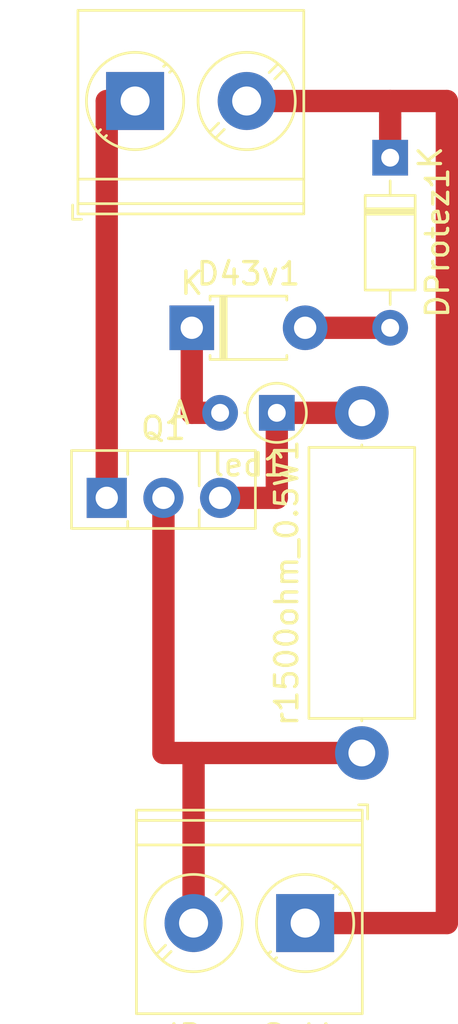
<source format=kicad_pcb>
(kicad_pcb (version 20171130) (host pcbnew 5.0.2+dfsg1-1+deb10u1)

  (general
    (thickness 1.6)
    (drawings 0)
    (tracks 20)
    (zones 0)
    (modules 7)
    (nets 7)
  )

  (page A4)
  (layers
    (0 F.Cu signal)
    (31 B.Cu signal hide)
    (32 B.Adhes user hide)
    (33 F.Adhes user hide)
    (34 B.Paste user hide)
    (35 F.Paste user hide)
    (36 B.SilkS user hide)
    (37 F.SilkS user hide)
    (38 B.Mask user hide)
    (39 F.Mask user hide)
    (40 Dwgs.User user hide)
    (41 Cmts.User user hide)
    (42 Eco1.User user hide)
    (43 Eco2.User user hide)
    (44 Edge.Cuts user hide)
    (45 Margin user hide)
    (46 B.CrtYd user hide)
    (47 F.CrtYd user hide)
    (48 B.Fab user hide)
    (49 F.Fab user)
  )

  (setup
    (last_trace_width 1)
    (trace_clearance 0.2)
    (zone_clearance 0.508)
    (zone_45_only no)
    (trace_min 1)
    (segment_width 0.2)
    (edge_width 0.15)
    (via_size 0.8)
    (via_drill 0.4)
    (via_min_size 0.4)
    (via_min_drill 0.3)
    (uvia_size 0.3)
    (uvia_drill 0.1)
    (uvias_allowed no)
    (uvia_min_size 0.2)
    (uvia_min_drill 0.1)
    (pcb_text_width 0.3)
    (pcb_text_size 1.5 1.5)
    (mod_edge_width 0.15)
    (mod_text_size 1 1)
    (mod_text_width 0.15)
    (pad_size 1.524 1.524)
    (pad_drill 0.762)
    (pad_to_mask_clearance 0.051)
    (solder_mask_min_width 0.25)
    (aux_axis_origin 0 0)
    (visible_elements FFFFFF7F)
    (pcbplotparams
      (layerselection 0x00000_7fffffff)
      (usegerberextensions false)
      (usegerberattributes false)
      (usegerberadvancedattributes false)
      (creategerberjobfile false)
      (excludeedgelayer true)
      (linewidth 0.100000)
      (plotframeref false)
      (viasonmask false)
      (mode 1)
      (useauxorigin false)
      (hpglpennumber 1)
      (hpglpenspeed 20)
      (hpglpendiameter 15.000000)
      (psnegative false)
      (psa4output false)
      (plotreference true)
      (plotvalue true)
      (plotinvisibletext false)
      (padsonsilk false)
      (subtractmaskfromsilk false)
      (outputformat 1)
      (mirror false)
      (drillshape 0)
      (scaleselection 1)
      (outputdirectory ""))
  )

  (net 0 "")
  (net 1 GND)
  (net 2 "Net-(D43v1-Pad1)")
  (net 3 "Net-(JBici1-Pad1)")
  (net 4 "Net-(JPannSol1-Pad2)")
  (net 5 "Net-(Q1-Pad3)")
  (net 6 "Net-(D43v1-Pad2)")

  (net_class Default "Questo è il gruppo di collegamenti predefinito"
    (clearance 0.2)
    (trace_width 1)
    (via_dia 0.8)
    (via_drill 0.4)
    (uvia_dia 0.3)
    (uvia_drill 0.1)
    (diff_pair_gap 0.25)
    (diff_pair_width 1)
    (add_net GND)
    (add_net "Net-(D43v1-Pad1)")
    (add_net "Net-(D43v1-Pad2)")
    (add_net "Net-(JBici1-Pad1)")
    (add_net "Net-(JPannSol1-Pad2)")
    (add_net "Net-(Q1-Pad3)")
  )

  (module Diode_THT:D_DO-35_SOD27_P7.62mm_Horizontal (layer F.Cu) (tedit 5AE50CD5) (tstamp 662E7AC4)
    (at 177.8 -87.63 270)
    (descr "Diode, DO-35_SOD27 series, Axial, Horizontal, pin pitch=7.62mm, , length*diameter=4*2mm^2, , http://www.diodes.com/_files/packages/DO-35.pdf")
    (tags "Diode DO-35_SOD27 series Axial Horizontal pin pitch 7.62mm  length 4mm diameter 2mm")
    (path /662E7800)
    (fp_text reference DProtez1 (at 3.81 -2.12 270) (layer F.SilkS)
      (effects (font (size 1 1) (thickness 0.15)))
    )
    (fp_text value 1N4148 (at 3.81 2.12 270) (layer F.Fab)
      (effects (font (size 1 1) (thickness 0.15)))
    )
    (fp_line (start 1.81 -1) (end 1.81 1) (layer F.Fab) (width 0.1))
    (fp_line (start 1.81 1) (end 5.81 1) (layer F.Fab) (width 0.1))
    (fp_line (start 5.81 1) (end 5.81 -1) (layer F.Fab) (width 0.1))
    (fp_line (start 5.81 -1) (end 1.81 -1) (layer F.Fab) (width 0.1))
    (fp_line (start 0 0) (end 1.81 0) (layer F.Fab) (width 0.1))
    (fp_line (start 7.62 0) (end 5.81 0) (layer F.Fab) (width 0.1))
    (fp_line (start 2.41 -1) (end 2.41 1) (layer F.Fab) (width 0.1))
    (fp_line (start 2.51 -1) (end 2.51 1) (layer F.Fab) (width 0.1))
    (fp_line (start 2.31 -1) (end 2.31 1) (layer F.Fab) (width 0.1))
    (fp_line (start 1.69 -1.12) (end 1.69 1.12) (layer F.SilkS) (width 0.12))
    (fp_line (start 1.69 1.12) (end 5.93 1.12) (layer F.SilkS) (width 0.12))
    (fp_line (start 5.93 1.12) (end 5.93 -1.12) (layer F.SilkS) (width 0.12))
    (fp_line (start 5.93 -1.12) (end 1.69 -1.12) (layer F.SilkS) (width 0.12))
    (fp_line (start 1.04 0) (end 1.69 0) (layer F.SilkS) (width 0.12))
    (fp_line (start 6.58 0) (end 5.93 0) (layer F.SilkS) (width 0.12))
    (fp_line (start 2.41 -1.12) (end 2.41 1.12) (layer F.SilkS) (width 0.12))
    (fp_line (start 2.53 -1.12) (end 2.53 1.12) (layer F.SilkS) (width 0.12))
    (fp_line (start 2.29 -1.12) (end 2.29 1.12) (layer F.SilkS) (width 0.12))
    (fp_line (start -1.05 -1.25) (end -1.05 1.25) (layer F.CrtYd) (width 0.05))
    (fp_line (start -1.05 1.25) (end 8.67 1.25) (layer F.CrtYd) (width 0.05))
    (fp_line (start 8.67 1.25) (end 8.67 -1.25) (layer F.CrtYd) (width 0.05))
    (fp_line (start 8.67 -1.25) (end -1.05 -1.25) (layer F.CrtYd) (width 0.05))
    (fp_text user %R (at 4.11 0 270) (layer F.Fab)
      (effects (font (size 0.8 0.8) (thickness 0.12)))
    )
    (fp_text user K (at 0 -1.8 270) (layer F.Fab)
      (effects (font (size 1 1) (thickness 0.15)))
    )
    (fp_text user K (at 0 -1.8 270) (layer F.SilkS)
      (effects (font (size 1 1) (thickness 0.15)))
    )
    (pad 1 thru_hole rect (at 0 0 270) (size 1.6 1.6) (drill 0.8) (layers *.Cu *.Mask)
      (net 1 GND))
    (pad 2 thru_hole oval (at 7.62 0 270) (size 1.6 1.6) (drill 0.8) (layers *.Cu *.Mask)
      (net 6 "Net-(D43v1-Pad2)"))
    (model ${KISYS3DMOD}/Diode_THT.3dshapes/D_DO-35_SOD27_P7.62mm_Horizontal.wrl
      (at (xyz 0 0 0))
      (scale (xyz 1 1 1))
      (rotate (xyz 0 0 0))
    )
  )

  (module Resistor_THT:R_Axial_DIN0414_L11.9mm_D4.5mm_P15.24mm_Horizontal (layer F.Cu) (tedit 5AE5139B) (tstamp 662E54E5)
    (at 176.53 -60.96 90)
    (descr "Resistor, Axial_DIN0414 series, Axial, Horizontal, pin pitch=15.24mm, 2W, length*diameter=11.9*4.5mm^2, http://www.vishay.com/docs/20128/wkxwrx.pdf")
    (tags "Resistor Axial_DIN0414 series Axial Horizontal pin pitch 15.24mm 2W length 11.9mm diameter 4.5mm")
    (path /634DB6C2)
    (fp_text reference r1500ohm_0.5W1 (at 7.62 -3.37 90) (layer F.SilkS)
      (effects (font (size 1 1) (thickness 0.15)))
    )
    (fp_text value RB (at 7.62 3.37 90) (layer F.Fab)
      (effects (font (size 1 1) (thickness 0.15)))
    )
    (fp_line (start 1.67 -2.25) (end 1.67 2.25) (layer F.Fab) (width 0.1))
    (fp_line (start 1.67 2.25) (end 13.57 2.25) (layer F.Fab) (width 0.1))
    (fp_line (start 13.57 2.25) (end 13.57 -2.25) (layer F.Fab) (width 0.1))
    (fp_line (start 13.57 -2.25) (end 1.67 -2.25) (layer F.Fab) (width 0.1))
    (fp_line (start 0 0) (end 1.67 0) (layer F.Fab) (width 0.1))
    (fp_line (start 15.24 0) (end 13.57 0) (layer F.Fab) (width 0.1))
    (fp_line (start 1.55 -2.37) (end 1.55 2.37) (layer F.SilkS) (width 0.12))
    (fp_line (start 1.55 2.37) (end 13.69 2.37) (layer F.SilkS) (width 0.12))
    (fp_line (start 13.69 2.37) (end 13.69 -2.37) (layer F.SilkS) (width 0.12))
    (fp_line (start 13.69 -2.37) (end 1.55 -2.37) (layer F.SilkS) (width 0.12))
    (fp_line (start 1.44 0) (end 1.55 0) (layer F.SilkS) (width 0.12))
    (fp_line (start 13.8 0) (end 13.69 0) (layer F.SilkS) (width 0.12))
    (fp_line (start -1.45 -2.5) (end -1.45 2.5) (layer F.CrtYd) (width 0.05))
    (fp_line (start -1.45 2.5) (end 16.69 2.5) (layer F.CrtYd) (width 0.05))
    (fp_line (start 16.69 2.5) (end 16.69 -2.5) (layer F.CrtYd) (width 0.05))
    (fp_line (start 16.69 -2.5) (end -1.45 -2.5) (layer F.CrtYd) (width 0.05))
    (fp_text user %R (at 7.62 0 270) (layer F.Fab)
      (effects (font (size 1 1) (thickness 0.15)))
    )
    (pad 1 thru_hole circle (at 0 0 90) (size 2.4 2.4) (drill 1.2) (layers *.Cu *.Mask)
      (net 4 "Net-(JPannSol1-Pad2)"))
    (pad 2 thru_hole oval (at 15.24 0 90) (size 2.4 2.4) (drill 1.2) (layers *.Cu *.Mask)
      (net 5 "Net-(Q1-Pad3)"))
    (model ${KISYS3DMOD}/Resistor_THT.3dshapes/R_Axial_DIN0414_L11.9mm_D4.5mm_P15.24mm_Horizontal.wrl
      (at (xyz 0 0 0))
      (scale (xyz 1 1 1))
      (rotate (xyz 0 0 0))
    )
  )

  (module Diode_THT:D_T-1_P5.08mm_Horizontal (layer F.Cu) (tedit 5AE50CD5) (tstamp 662E4315)
    (at 168.91 -80.01)
    (descr "Diode, T-1 series, Axial, Horizontal, pin pitch=5.08mm, , length*diameter=3.2*2.6mm^2, , http://www.diodes.com/_files/packages/T-1.pdf")
    (tags "Diode T-1 series Axial Horizontal pin pitch 5.08mm  length 3.2mm diameter 2.6mm")
    (path /6624138C)
    (fp_text reference D43v1 (at 2.54 -2.42) (layer F.SilkS)
      (effects (font (size 1 1) (thickness 0.15)))
    )
    (fp_text value 1N47xxA (at 2.54 2.42) (layer F.Fab)
      (effects (font (size 1 1) (thickness 0.15)))
    )
    (fp_line (start 0.94 -1.3) (end 0.94 1.3) (layer F.Fab) (width 0.1))
    (fp_line (start 0.94 1.3) (end 4.14 1.3) (layer F.Fab) (width 0.1))
    (fp_line (start 4.14 1.3) (end 4.14 -1.3) (layer F.Fab) (width 0.1))
    (fp_line (start 4.14 -1.3) (end 0.94 -1.3) (layer F.Fab) (width 0.1))
    (fp_line (start 0 0) (end 0.94 0) (layer F.Fab) (width 0.1))
    (fp_line (start 5.08 0) (end 4.14 0) (layer F.Fab) (width 0.1))
    (fp_line (start 1.42 -1.3) (end 1.42 1.3) (layer F.Fab) (width 0.1))
    (fp_line (start 1.52 -1.3) (end 1.52 1.3) (layer F.Fab) (width 0.1))
    (fp_line (start 1.32 -1.3) (end 1.32 1.3) (layer F.Fab) (width 0.1))
    (fp_line (start 0.82 -1.24) (end 0.82 -1.42) (layer F.SilkS) (width 0.12))
    (fp_line (start 0.82 -1.42) (end 4.26 -1.42) (layer F.SilkS) (width 0.12))
    (fp_line (start 4.26 -1.42) (end 4.26 -1.24) (layer F.SilkS) (width 0.12))
    (fp_line (start 0.82 1.24) (end 0.82 1.42) (layer F.SilkS) (width 0.12))
    (fp_line (start 0.82 1.42) (end 4.26 1.42) (layer F.SilkS) (width 0.12))
    (fp_line (start 4.26 1.42) (end 4.26 1.24) (layer F.SilkS) (width 0.12))
    (fp_line (start 1.42 -1.42) (end 1.42 1.42) (layer F.SilkS) (width 0.12))
    (fp_line (start 1.54 -1.42) (end 1.54 1.42) (layer F.SilkS) (width 0.12))
    (fp_line (start 1.3 -1.42) (end 1.3 1.42) (layer F.SilkS) (width 0.12))
    (fp_line (start -1.25 -1.55) (end -1.25 1.55) (layer F.CrtYd) (width 0.05))
    (fp_line (start -1.25 1.55) (end 6.33 1.55) (layer F.CrtYd) (width 0.05))
    (fp_line (start 6.33 1.55) (end 6.33 -1.55) (layer F.CrtYd) (width 0.05))
    (fp_line (start 6.33 -1.55) (end -1.25 -1.55) (layer F.CrtYd) (width 0.05))
    (fp_text user %R (at 2.78 0 180) (layer F.Fab)
      (effects (font (size 0.64 0.64) (thickness 0.096)))
    )
    (fp_text user K (at 0 -2) (layer F.Fab)
      (effects (font (size 1 1) (thickness 0.15)))
    )
    (fp_text user K (at 0 -2) (layer F.SilkS)
      (effects (font (size 1 1) (thickness 0.15)))
    )
    (pad 1 thru_hole rect (at 0 0) (size 2 2) (drill 1) (layers *.Cu *.Mask)
      (net 2 "Net-(D43v1-Pad1)"))
    (pad 2 thru_hole oval (at 5.08 0) (size 2 2) (drill 1) (layers *.Cu *.Mask)
      (net 6 "Net-(D43v1-Pad2)"))
    (model ${KISYS3DMOD}/Diode_THT.3dshapes/D_T-1_P5.08mm_Horizontal.wrl
      (at (xyz 0 0 0))
      (scale (xyz 1 1 1))
      (rotate (xyz 0 0 0))
    )
  )

  (module Package_TO_SOT_THT:TO-126-3_Vertical (layer F.Cu) (tedit 5AC8BA0D) (tstamp 662E2DCF)
    (at 165.1 -72.39)
    (descr "TO-126-3, Vertical, RM 2.54mm, see https://www.diodes.com/assets/Package-Files/TO126.pdf")
    (tags "TO-126-3 Vertical RM 2.54mm")
    (path /662E2A88)
    (fp_text reference Q1 (at 2.54 -3.12) (layer F.SilkS)
      (effects (font (size 1 1) (thickness 0.15)))
    )
    (fp_text value BD139 (at 2.54 2.5) (layer F.Fab)
      (effects (font (size 1 1) (thickness 0.15)))
    )
    (fp_line (start -1.46 -2) (end -1.46 1.25) (layer F.Fab) (width 0.1))
    (fp_line (start -1.46 1.25) (end 6.54 1.25) (layer F.Fab) (width 0.1))
    (fp_line (start 6.54 1.25) (end 6.54 -2) (layer F.Fab) (width 0.1))
    (fp_line (start 6.54 -2) (end -1.46 -2) (layer F.Fab) (width 0.1))
    (fp_line (start 0.94 -2) (end 0.94 1.25) (layer F.Fab) (width 0.1))
    (fp_line (start 4.14 -2) (end 4.14 1.25) (layer F.Fab) (width 0.1))
    (fp_line (start -1.58 -2.12) (end 6.66 -2.12) (layer F.SilkS) (width 0.12))
    (fp_line (start -1.58 1.37) (end 6.66 1.37) (layer F.SilkS) (width 0.12))
    (fp_line (start -1.58 -2.12) (end -1.58 1.37) (layer F.SilkS) (width 0.12))
    (fp_line (start 6.66 -2.12) (end 6.66 1.37) (layer F.SilkS) (width 0.12))
    (fp_line (start 0.94 -2.12) (end 0.94 -1.05) (layer F.SilkS) (width 0.12))
    (fp_line (start 0.94 1.05) (end 0.94 1.37) (layer F.SilkS) (width 0.12))
    (fp_line (start 4.141 -2.12) (end 4.141 -0.54) (layer F.SilkS) (width 0.12))
    (fp_line (start 4.141 0.54) (end 4.141 1.37) (layer F.SilkS) (width 0.12))
    (fp_line (start -1.71 -2.25) (end -1.71 1.5) (layer F.CrtYd) (width 0.05))
    (fp_line (start -1.71 1.5) (end 6.79 1.5) (layer F.CrtYd) (width 0.05))
    (fp_line (start 6.79 1.5) (end 6.79 -2.25) (layer F.CrtYd) (width 0.05))
    (fp_line (start 6.79 -2.25) (end -1.71 -2.25) (layer F.CrtYd) (width 0.05))
    (fp_text user %R (at 2.54 -3.12) (layer F.Fab)
      (effects (font (size 1 1) (thickness 0.15)))
    )
    (pad 1 thru_hole rect (at 0 0) (size 1.8 1.8) (drill 1) (layers *.Cu *.Mask)
      (net 3 "Net-(JBici1-Pad1)"))
    (pad 2 thru_hole oval (at 2.54 0) (size 1.8 1.8) (drill 1) (layers *.Cu *.Mask)
      (net 4 "Net-(JPannSol1-Pad2)"))
    (pad 3 thru_hole oval (at 5.08 0) (size 1.8 1.8) (drill 1) (layers *.Cu *.Mask)
      (net 5 "Net-(Q1-Pad3)"))
    (model ${KISYS3DMOD}/Package_TO_SOT_THT.3dshapes/TO-126-3_Vertical.wrl
      (at (xyz 0 0 0))
      (scale (xyz 1 1 1))
      (rotate (xyz 0 0 0))
    )
  )

  (module TerminalBlock_Phoenix:TerminalBlock_Phoenix_PT-1,5-2-5.0-H_1x02_P5.00mm_Horizontal (layer F.Cu) (tedit 5B294F69) (tstamp 662E2E91)
    (at 173.99 -53.34 180)
    (descr "Terminal Block Phoenix PT-1,5-2-5.0-H, 2 pins, pitch 5mm, size 10x9mm^2, drill diamater 1.3mm, pad diameter 2.6mm, see http://www.mouser.com/ds/2/324/ItemDetail_1935161-922578.pdf, script-generated using https://github.com/pointhi/kicad-footprint-generator/scripts/TerminalBlock_Phoenix")
    (tags "THT Terminal Block Phoenix PT-1,5-2-5.0-H pitch 5mm size 10x9mm^2 drill 1.3mm pad 2.6mm")
    (path /65F5F2DF)
    (fp_text reference JPannSol1 (at 2.5 -5.06 180) (layer F.SilkS)
      (effects (font (size 1 1) (thickness 0.15)))
    )
    (fp_text value Screw_Terminal_01x02 (at 2.5 6.06 180) (layer F.Fab)
      (effects (font (size 1 1) (thickness 0.15)))
    )
    (fp_text user %R (at 2.5 2.54 180) (layer F.Fab)
      (effects (font (size 1 1) (thickness 0.15)))
    )
    (fp_line (start 8 -4.5) (end -3 -4.5) (layer F.CrtYd) (width 0.05))
    (fp_line (start 8 5.5) (end 8 -4.5) (layer F.CrtYd) (width 0.05))
    (fp_line (start -3 5.5) (end 8 5.5) (layer F.CrtYd) (width 0.05))
    (fp_line (start -3 -4.5) (end -3 5.5) (layer F.CrtYd) (width 0.05))
    (fp_line (start -2.8 5.3) (end -2.4 5.3) (layer F.SilkS) (width 0.12))
    (fp_line (start -2.8 4.66) (end -2.8 5.3) (layer F.SilkS) (width 0.12))
    (fp_line (start 3.742 0.992) (end 3.347 1.388) (layer F.SilkS) (width 0.12))
    (fp_line (start 6.388 -1.654) (end 6.008 -1.274) (layer F.SilkS) (width 0.12))
    (fp_line (start 3.993 1.274) (end 3.613 1.654) (layer F.SilkS) (width 0.12))
    (fp_line (start 6.654 -1.388) (end 6.259 -0.992) (layer F.SilkS) (width 0.12))
    (fp_line (start 6.273 -1.517) (end 3.484 1.273) (layer F.Fab) (width 0.1))
    (fp_line (start 6.517 -1.273) (end 3.728 1.517) (layer F.Fab) (width 0.1))
    (fp_line (start -1.548 1.281) (end -1.654 1.388) (layer F.SilkS) (width 0.12))
    (fp_line (start 1.388 -1.654) (end 1.281 -1.547) (layer F.SilkS) (width 0.12))
    (fp_line (start -1.282 1.547) (end -1.388 1.654) (layer F.SilkS) (width 0.12))
    (fp_line (start 1.654 -1.388) (end 1.547 -1.281) (layer F.SilkS) (width 0.12))
    (fp_line (start 1.273 -1.517) (end -1.517 1.273) (layer F.Fab) (width 0.1))
    (fp_line (start 1.517 -1.273) (end -1.273 1.517) (layer F.Fab) (width 0.1))
    (fp_line (start 7.56 -4.06) (end 7.56 5.06) (layer F.SilkS) (width 0.12))
    (fp_line (start -2.56 -4.06) (end -2.56 5.06) (layer F.SilkS) (width 0.12))
    (fp_line (start -2.56 5.06) (end 7.56 5.06) (layer F.SilkS) (width 0.12))
    (fp_line (start -2.56 -4.06) (end 7.56 -4.06) (layer F.SilkS) (width 0.12))
    (fp_line (start -2.56 3.5) (end 7.56 3.5) (layer F.SilkS) (width 0.12))
    (fp_line (start -2.5 3.5) (end 7.5 3.5) (layer F.Fab) (width 0.1))
    (fp_line (start -2.56 4.6) (end 7.56 4.6) (layer F.SilkS) (width 0.12))
    (fp_line (start -2.5 4.6) (end 7.5 4.6) (layer F.Fab) (width 0.1))
    (fp_line (start -2.5 4.6) (end -2.5 -4) (layer F.Fab) (width 0.1))
    (fp_line (start -2.1 5) (end -2.5 4.6) (layer F.Fab) (width 0.1))
    (fp_line (start 7.5 5) (end -2.1 5) (layer F.Fab) (width 0.1))
    (fp_line (start 7.5 -4) (end 7.5 5) (layer F.Fab) (width 0.1))
    (fp_line (start -2.5 -4) (end 7.5 -4) (layer F.Fab) (width 0.1))
    (fp_circle (center 5 0) (end 7.18 0) (layer F.SilkS) (width 0.12))
    (fp_circle (center 5 0) (end 7 0) (layer F.Fab) (width 0.1))
    (fp_circle (center 0 0) (end 2.18 0) (layer F.SilkS) (width 0.12))
    (fp_circle (center 0 0) (end 2 0) (layer F.Fab) (width 0.1))
    (pad 2 thru_hole circle (at 5 0 180) (size 2.6 2.6) (drill 1.3) (layers *.Cu *.Mask)
      (net 4 "Net-(JPannSol1-Pad2)"))
    (pad 1 thru_hole rect (at 0 0 180) (size 2.6 2.6) (drill 1.3) (layers *.Cu *.Mask)
      (net 1 GND))
    (model ${KISYS3DMOD}/TerminalBlock_Phoenix.3dshapes/TerminalBlock_Phoenix_PT-1,5-2-5.0-H_1x02_P5.00mm_Horizontal.wrl
      (at (xyz 0 0 0))
      (scale (xyz 1 1 1))
      (rotate (xyz 0 0 0))
    )
  )

  (module TerminalBlock_Phoenix:TerminalBlock_Phoenix_PT-1,5-2-5.0-H_1x02_P5.00mm_Horizontal (layer F.Cu) (tedit 5B294F69) (tstamp 662E2F0C)
    (at 166.37 -90.17)
    (descr "Terminal Block Phoenix PT-1,5-2-5.0-H, 2 pins, pitch 5mm, size 10x9mm^2, drill diamater 1.3mm, pad diameter 2.6mm, see http://www.mouser.com/ds/2/324/ItemDetail_1935161-922578.pdf, script-generated using https://github.com/pointhi/kicad-footprint-generator/scripts/TerminalBlock_Phoenix")
    (tags "THT Terminal Block Phoenix PT-1,5-2-5.0-H pitch 5mm size 10x9mm^2 drill 1.3mm pad 2.6mm")
    (path /65F61348)
    (fp_text reference JBici1 (at 2.5 -5.06) (layer F.SilkS)
      (effects (font (size 1 1) (thickness 0.15)))
    )
    (fp_text value Screw_Terminal_01x02 (at 2.5 6.06) (layer F.Fab)
      (effects (font (size 1 1) (thickness 0.15)))
    )
    (fp_circle (center 0 0) (end 2 0) (layer F.Fab) (width 0.1))
    (fp_circle (center 0 0) (end 2.18 0) (layer F.SilkS) (width 0.12))
    (fp_circle (center 5 0) (end 7 0) (layer F.Fab) (width 0.1))
    (fp_circle (center 5 0) (end 7.18 0) (layer F.SilkS) (width 0.12))
    (fp_line (start -2.5 -4) (end 7.5 -4) (layer F.Fab) (width 0.1))
    (fp_line (start 7.5 -4) (end 7.5 5) (layer F.Fab) (width 0.1))
    (fp_line (start 7.5 5) (end -2.1 5) (layer F.Fab) (width 0.1))
    (fp_line (start -2.1 5) (end -2.5 4.6) (layer F.Fab) (width 0.1))
    (fp_line (start -2.5 4.6) (end -2.5 -4) (layer F.Fab) (width 0.1))
    (fp_line (start -2.5 4.6) (end 7.5 4.6) (layer F.Fab) (width 0.1))
    (fp_line (start -2.56 4.6) (end 7.56 4.6) (layer F.SilkS) (width 0.12))
    (fp_line (start -2.5 3.5) (end 7.5 3.5) (layer F.Fab) (width 0.1))
    (fp_line (start -2.56 3.5) (end 7.56 3.5) (layer F.SilkS) (width 0.12))
    (fp_line (start -2.56 -4.06) (end 7.56 -4.06) (layer F.SilkS) (width 0.12))
    (fp_line (start -2.56 5.06) (end 7.56 5.06) (layer F.SilkS) (width 0.12))
    (fp_line (start -2.56 -4.06) (end -2.56 5.06) (layer F.SilkS) (width 0.12))
    (fp_line (start 7.56 -4.06) (end 7.56 5.06) (layer F.SilkS) (width 0.12))
    (fp_line (start 1.517 -1.273) (end -1.273 1.517) (layer F.Fab) (width 0.1))
    (fp_line (start 1.273 -1.517) (end -1.517 1.273) (layer F.Fab) (width 0.1))
    (fp_line (start 1.654 -1.388) (end 1.547 -1.281) (layer F.SilkS) (width 0.12))
    (fp_line (start -1.282 1.547) (end -1.388 1.654) (layer F.SilkS) (width 0.12))
    (fp_line (start 1.388 -1.654) (end 1.281 -1.547) (layer F.SilkS) (width 0.12))
    (fp_line (start -1.548 1.281) (end -1.654 1.388) (layer F.SilkS) (width 0.12))
    (fp_line (start 6.517 -1.273) (end 3.728 1.517) (layer F.Fab) (width 0.1))
    (fp_line (start 6.273 -1.517) (end 3.484 1.273) (layer F.Fab) (width 0.1))
    (fp_line (start 6.654 -1.388) (end 6.259 -0.992) (layer F.SilkS) (width 0.12))
    (fp_line (start 3.993 1.274) (end 3.613 1.654) (layer F.SilkS) (width 0.12))
    (fp_line (start 6.388 -1.654) (end 6.008 -1.274) (layer F.SilkS) (width 0.12))
    (fp_line (start 3.742 0.992) (end 3.347 1.388) (layer F.SilkS) (width 0.12))
    (fp_line (start -2.8 4.66) (end -2.8 5.3) (layer F.SilkS) (width 0.12))
    (fp_line (start -2.8 5.3) (end -2.4 5.3) (layer F.SilkS) (width 0.12))
    (fp_line (start -3 -4.5) (end -3 5.5) (layer F.CrtYd) (width 0.05))
    (fp_line (start -3 5.5) (end 8 5.5) (layer F.CrtYd) (width 0.05))
    (fp_line (start 8 5.5) (end 8 -4.5) (layer F.CrtYd) (width 0.05))
    (fp_line (start 8 -4.5) (end -3 -4.5) (layer F.CrtYd) (width 0.05))
    (fp_text user %R (at 2.5 2.9) (layer F.Fab)
      (effects (font (size 1 1) (thickness 0.15)))
    )
    (pad 1 thru_hole rect (at 0 0) (size 2.6 2.6) (drill 1.3) (layers *.Cu *.Mask)
      (net 3 "Net-(JBici1-Pad1)"))
    (pad 2 thru_hole circle (at 5 0) (size 2.6 2.6) (drill 1.3) (layers *.Cu *.Mask)
      (net 1 GND))
    (model ${KISYS3DMOD}/TerminalBlock_Phoenix.3dshapes/TerminalBlock_Phoenix_PT-1,5-2-5.0-H_1x02_P5.00mm_Horizontal.wrl
      (at (xyz 0 0 0))
      (scale (xyz 1 1 1))
      (rotate (xyz 0 0 0))
    )
  )

  (module Diode_THT:D_DO-35_SOD27_P2.54mm_Vertical_AnodeUp (layer F.Cu) (tedit 5AE50CD5) (tstamp 6624295D)
    (at 172.72 -76.2 180)
    (descr "Diode, DO-35_SOD27 series, Axial, Vertical, pin pitch=2.54mm, , length*diameter=4*2mm^2, , http://www.diodes.com/_files/packages/DO-35.pdf")
    (tags "Diode DO-35_SOD27 series Axial Vertical pin pitch 2.54mm  length 4mm diameter 2mm")
    (path /65F601DD)
    (fp_text reference led1 (at 1.27 -2.326371 180) (layer F.SilkS)
      (effects (font (size 1 1) (thickness 0.15)))
    )
    (fp_text value "LED BLU" (at 1.27 3.215371 180) (layer F.Fab)
      (effects (font (size 1 1) (thickness 0.15)))
    )
    (fp_circle (center 0 0) (end 1 0) (layer F.Fab) (width 0.1))
    (fp_circle (center 0 0) (end 1.326371 0) (layer F.SilkS) (width 0.12))
    (fp_line (start 0 0) (end 2.54 0) (layer F.Fab) (width 0.1))
    (fp_line (start 1.326371 0) (end 1.44 0) (layer F.SilkS) (width 0.12))
    (fp_line (start -1.25 -1.25) (end -1.25 1.25) (layer F.CrtYd) (width 0.05))
    (fp_line (start -1.25 1.25) (end 3.59 1.25) (layer F.CrtYd) (width 0.05))
    (fp_line (start 3.59 1.25) (end 3.59 -1.25) (layer F.CrtYd) (width 0.05))
    (fp_line (start 3.59 -1.25) (end -1.25 -1.25) (layer F.CrtYd) (width 0.05))
    (fp_text user %R (at 1.27 -2.326371 180) (layer F.Fab)
      (effects (font (size 1 1) (thickness 0.15)))
    )
    (fp_text user A (at 4.34 0 180) (layer F.Fab)
      (effects (font (size 1 1) (thickness 0.15)))
    )
    (fp_text user A (at 4.34 0 180) (layer F.SilkS)
      (effects (font (size 1 1) (thickness 0.15)))
    )
    (pad 1 thru_hole rect (at 0 0 180) (size 1.6 1.6) (drill 0.8) (layers *.Cu *.Mask)
      (net 5 "Net-(Q1-Pad3)"))
    (pad 2 thru_hole oval (at 2.54 0 180) (size 1.6 1.6) (drill 0.8) (layers *.Cu *.Mask)
      (net 2 "Net-(D43v1-Pad1)"))
    (model ${KISYS3DMOD}/Diode_THT.3dshapes/D_DO-35_SOD27_P2.54mm_Vertical_AnodeUp.wrl
      (at (xyz 0 0 0))
      (scale (xyz 1 1 1))
      (rotate (xyz 0 0 0))
    )
  )

  (segment (start 173.99 -53.34) (end 180.34 -53.34) (width 1) (layer F.Cu) (net 1))
  (segment (start 180.34 -53.34) (end 180.34 -90.17) (width 1) (layer F.Cu) (net 1))
  (segment (start 177.8 -89.43) (end 177.8 -90.17) (width 1) (layer F.Cu) (net 1))
  (segment (start 177.8 -87.63) (end 177.8 -89.43) (width 1) (layer F.Cu) (net 1))
  (segment (start 180.34 -90.17) (end 177.8 -90.17) (width 1) (layer F.Cu) (net 1))
  (segment (start 177.8 -90.17) (end 173.91 -90.17) (width 1) (layer F.Cu) (net 1))
  (segment (start 171.37 -90.17) (end 173.91 -90.17) (width 1) (layer F.Cu) (net 1))
  (segment (start 170.18 -76.2) (end 168.91 -76.2) (width 1) (layer F.Cu) (net 2))
  (segment (start 168.91 -76.2) (end 168.91 -80.01) (width 1) (layer F.Cu) (net 2))
  (segment (start 166.37 -90.17) (end 165.1 -90.17) (width 1) (layer F.Cu) (net 3))
  (segment (start 165.1 -90.17) (end 165.1 -72.39) (width 1) (layer F.Cu) (net 3))
  (segment (start 168.99 -60.88) (end 168.91 -60.96) (width 1) (layer F.Cu) (net 4))
  (segment (start 167.64 -60.96) (end 168.91 -60.96) (width 1) (layer F.Cu) (net 4))
  (segment (start 167.64 -72.39) (end 167.64 -60.96) (width 1) (layer F.Cu) (net 4))
  (segment (start 168.91 -60.96) (end 176.53 -60.96) (width 1) (layer F.Cu) (net 4))
  (segment (start 168.99 -53.34) (end 168.99 -60.88) (width 1) (layer F.Cu) (net 4))
  (segment (start 176.53 -76.2) (end 172.72 -76.2) (width 1) (layer F.Cu) (net 5))
  (segment (start 170.18 -72.39) (end 172.72 -72.39) (width 1) (layer F.Cu) (net 5))
  (segment (start 172.72 -72.39) (end 172.72 -76.2) (width 1) (layer F.Cu) (net 5))
  (segment (start 173.99 -80.01) (end 177.8 -80.01) (width 1) (layer F.Cu) (net 6))

)

</source>
